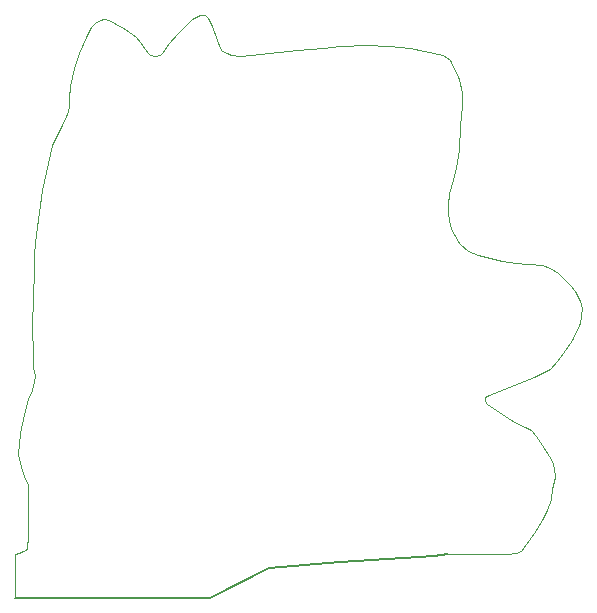
<source format=gbr>
G04 #@! TF.FileFunction,Profile,NP*
%FSLAX46Y46*%
G04 Gerber Fmt 4.6, Leading zero omitted, Abs format (unit mm)*
G04 Created by KiCad (PCBNEW 4.0.5+dfsg1-4) date Sun Sep 22 15:40:00 2019*
%MOMM*%
%LPD*%
G01*
G04 APERTURE LIST*
%ADD10C,0.100000*%
%ADD11C,0.150000*%
G04 APERTURE END LIST*
D10*
D11*
X61000000Y-63500000D02*
X62190000Y-63340000D01*
X53000000Y-64000000D02*
X61000000Y-63500000D01*
X47000000Y-64500000D02*
X53000000Y-64000000D01*
X42000000Y-67000000D02*
X47000000Y-64500000D01*
X25500000Y-67000000D02*
X42000000Y-67000000D01*
D10*
X26547909Y-62794498D02*
X26499686Y-62505160D01*
X26499686Y-62505160D02*
X26572020Y-62107319D01*
X26572020Y-62107319D02*
X26572020Y-60371293D01*
X26572020Y-60371293D02*
X26632299Y-58080702D01*
X26632299Y-58080702D02*
X26572020Y-57453804D01*
X26572020Y-57453804D02*
X26294738Y-56694291D01*
X26294738Y-56694291D02*
X25981289Y-55922724D01*
X25981289Y-55922724D02*
X25776341Y-54873876D01*
X25776341Y-54873876D02*
X25896899Y-53101681D01*
X25896899Y-53101681D02*
X26282682Y-51462100D01*
X26282682Y-51462100D02*
X26620243Y-50196246D01*
X26620243Y-50196246D02*
X26909581Y-49412624D01*
X26909581Y-49412624D02*
X27126584Y-48629000D01*
X27126584Y-48629000D02*
X27174807Y-48231162D01*
X27174807Y-48231162D02*
X27054250Y-47483706D01*
X27054250Y-47483706D02*
X26981915Y-46591581D01*
X26981915Y-46591581D02*
X26945748Y-43915207D01*
X26945748Y-43915207D02*
X26981915Y-41672838D01*
X26981915Y-41672838D02*
X27066305Y-39273746D01*
X27066305Y-39273746D02*
X27138640Y-37827057D01*
X27138640Y-37827057D02*
X27295364Y-36235699D01*
X27295364Y-36235699D02*
X27810000Y-32498419D01*
X27810000Y-32498419D02*
X28609440Y-28676749D01*
X28609440Y-28676749D02*
X29381008Y-27145670D01*
X29381008Y-27145670D02*
X29923516Y-26060654D01*
X29923516Y-26060654D02*
X30044073Y-25506090D01*
X30044073Y-25506090D02*
X30032016Y-24674243D01*
X30032016Y-24674243D02*
X30128463Y-23721840D01*
X30128463Y-23721840D02*
X30478079Y-22190761D01*
X30478079Y-22190761D02*
X30875918Y-20860000D01*
X30875918Y-20860000D02*
X31478705Y-19502331D01*
X31478705Y-19502331D02*
X31912712Y-18694596D01*
X31912712Y-18694596D02*
X32274384Y-18320000D01*
X32274384Y-18320000D02*
X32672224Y-18079753D01*
X32672224Y-18079753D02*
X33058007Y-18019474D01*
X33058007Y-18019474D02*
X33443791Y-18067697D01*
X33443791Y-18067697D02*
X33889853Y-18320000D01*
X33889853Y-18320000D02*
X34806090Y-18875432D01*
X34806090Y-18875432D02*
X35698215Y-19562609D01*
X35698215Y-19562609D02*
X36083999Y-20008672D01*
X36083999Y-20008672D02*
X36457726Y-20527068D01*
X36457726Y-20527068D02*
X36771176Y-20860000D01*
X36771176Y-20860000D02*
X36927900Y-21069577D01*
X36927900Y-21069577D02*
X37301628Y-21141911D01*
X37301628Y-21141911D02*
X37807969Y-21033410D01*
X37807969Y-21033410D02*
X37970000Y-20860000D01*
X37970000Y-20860000D02*
X38495148Y-20093062D01*
X38495148Y-20093062D02*
X39206437Y-19309439D01*
X39206437Y-19309439D02*
X39965948Y-18561983D01*
X39965948Y-18561983D02*
X40510000Y-18055642D01*
X40510000Y-18055642D02*
X41183578Y-17657802D01*
X41183578Y-17657802D02*
X41569362Y-17693969D01*
X41569362Y-17693969D02*
X41870756Y-17959195D01*
X41870756Y-17959195D02*
X42184205Y-18574038D01*
X42184205Y-18574038D02*
X42582044Y-19791668D01*
X42582044Y-19791668D02*
X42835215Y-20478845D01*
X42835215Y-20478845D02*
X43050000Y-20719960D01*
X43050000Y-20719960D02*
X43413890Y-20860000D01*
X43413890Y-20860000D02*
X43811730Y-21033410D01*
X43811730Y-21033410D02*
X44595353Y-21129856D01*
X44595353Y-21129856D02*
X49369426Y-20623514D01*
X49369426Y-20623514D02*
X51539460Y-20442678D01*
X51539460Y-20442678D02*
X53034372Y-20298010D01*
X53034372Y-20298010D02*
X55168239Y-20249787D01*
X55168239Y-20249787D02*
X57241826Y-20310065D01*
X57241826Y-20310065D02*
X58917573Y-20515013D01*
X58917573Y-20515013D02*
X61690393Y-21033410D01*
X61690393Y-21033410D02*
X62317291Y-21467417D01*
X62317291Y-21467417D02*
X63088859Y-23119053D01*
X63088859Y-23119053D02*
X63370000Y-24300515D01*
X63370000Y-24300515D02*
X63370000Y-25409644D01*
X63370000Y-25409644D02*
X63209416Y-27073336D01*
X63209416Y-27073336D02*
X63052693Y-29098700D01*
X63052693Y-29098700D02*
X62811578Y-30581556D01*
X62811578Y-30581556D02*
X62546352Y-31654517D01*
X62546352Y-31654517D02*
X62257014Y-32763646D01*
X62257014Y-32763646D02*
X62124399Y-33728105D01*
X62124399Y-33728105D02*
X62112339Y-34487617D01*
X62112339Y-34487617D02*
X62220840Y-35078348D01*
X62220840Y-35078348D02*
X62413732Y-35777581D01*
X62413732Y-35777581D02*
X62618680Y-36235699D01*
X62618680Y-36235699D02*
X63112964Y-36959044D01*
X63112964Y-36959044D02*
X63824254Y-37634165D01*
X63824254Y-37634165D02*
X64704325Y-38019949D01*
X64704325Y-38019949D02*
X65692895Y-38297231D01*
X65692895Y-38297231D02*
X66716125Y-38473134D01*
X66716125Y-38473134D02*
X67423835Y-38588137D01*
X67423835Y-38588137D02*
X67802648Y-38640000D01*
X67802648Y-38640000D02*
X69021786Y-38757953D01*
X69021786Y-38757953D02*
X70141462Y-38875906D01*
X70141462Y-38875906D02*
X70828640Y-39129077D01*
X70828640Y-39129077D02*
X71443482Y-39551028D01*
X71443482Y-39551028D02*
X71913657Y-39985034D01*
X71913657Y-39985034D02*
X72444109Y-40563710D01*
X72444109Y-40563710D02*
X72866059Y-41057996D01*
X72866059Y-41057996D02*
X73360346Y-41901897D01*
X73360346Y-41901897D02*
X73529994Y-42456462D01*
X73529994Y-42456462D02*
X73336234Y-43720000D01*
X73336234Y-43720000D02*
X72612890Y-45217227D01*
X72612890Y-45217227D02*
X71925711Y-46260000D01*
X71925711Y-46260000D02*
X71359093Y-46965308D01*
X71359093Y-46965308D02*
X70792472Y-47664541D01*
X70792472Y-47664541D02*
X69430175Y-48315551D01*
X69430175Y-48315551D02*
X67718260Y-49002729D01*
X67718260Y-49002729D02*
X65608504Y-49882797D01*
X65608504Y-49882797D02*
X65319166Y-50015411D01*
X65319166Y-50015411D02*
X65270946Y-50172135D01*
X65270946Y-50172135D02*
X65307116Y-50340915D01*
X65307116Y-50340915D02*
X65451785Y-50582030D01*
X65451785Y-50582030D02*
X67236034Y-51799661D01*
X67236034Y-51799661D02*
X67874987Y-52233667D01*
X67874987Y-52233667D02*
X68706834Y-52571228D01*
X68706834Y-52571228D02*
X69164952Y-52836454D01*
X69164952Y-52836454D02*
X69611013Y-53306629D01*
X69611013Y-53306629D02*
X70081188Y-54102308D01*
X70081188Y-54102308D02*
X70671918Y-54982376D01*
X70671918Y-54982376D02*
X70989998Y-55416383D01*
X70989998Y-55416383D02*
X71154148Y-56055338D01*
X71154148Y-56055338D02*
X71202368Y-56790737D01*
X71202368Y-56790737D02*
X70989995Y-57815476D01*
X70989995Y-57815476D02*
X70852753Y-58659378D01*
X70852753Y-58659378D02*
X70515192Y-59623837D01*
X70515192Y-59623837D02*
X70117351Y-60443627D01*
X70117351Y-60443627D02*
X69454287Y-61500000D01*
X69454287Y-61500000D02*
X68718886Y-62505160D01*
X68718886Y-62505160D02*
X68308990Y-63071778D01*
X68308990Y-63071778D02*
X67899095Y-63252616D01*
X67899095Y-63252616D02*
X67175751Y-63276716D01*
X67175751Y-63276716D02*
X62190000Y-63340000D01*
X25500000Y-67000000D02*
X25523163Y-63288769D01*
X25523163Y-63288769D02*
X25824557Y-63216439D01*
X25824557Y-63216439D02*
X26198284Y-63083827D01*
X26198284Y-63083827D02*
X26391176Y-62999437D01*
X26391176Y-62999437D02*
X26547909Y-62794498D01*
X26547909Y-62794498D02*
X26547909Y-62794498D01*
M02*

</source>
